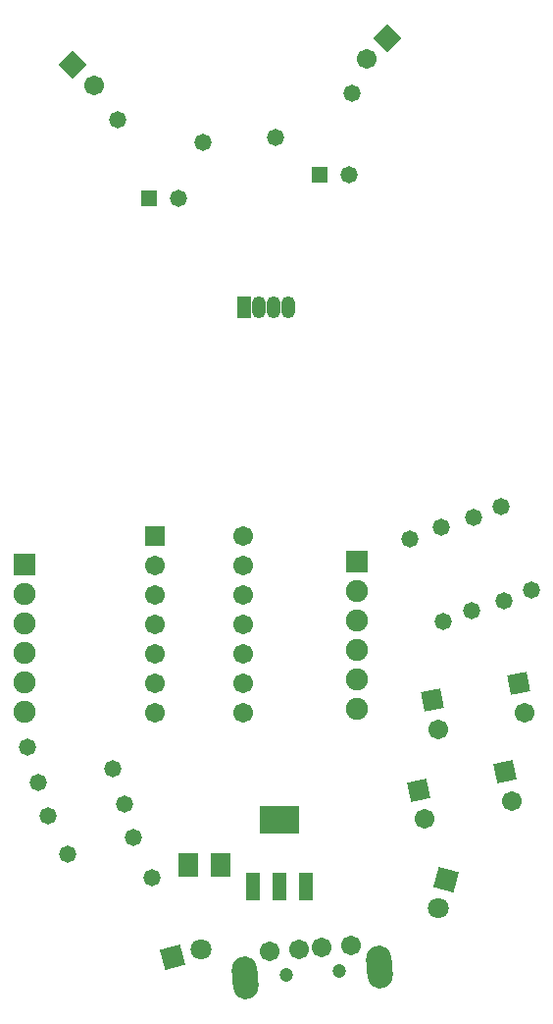
<source format=gbr>
G04 DipTrace 3.0.0.2*
G04 BottomMask.gbr*
%MOMM*%
G04 #@! TF.FileFunction,Soldermask,Bot*
G04 #@! TF.Part,Single*
%AMOUTLINE1*5,1,4,0,0,2.55011,30.0*%
%AMOUTLINE4*5,1,4,0,0,2.55011,-30.0*%
%AMOUTLINE7*5,1,4,0,0,2.40869,-90.0*%
%AMOUTLINE10*5,1,4,0,0,2.40869,-180.0*%
%AMOUTLINE13*5,1,4,0,0,2.40869,-124.1361*%
%AMOUTLINE16*5,1,4,0,0,2.40869,-123.0183*%
%AMOUTLINE19*
4,1,16,
-1.03521,-0.84951,
-0.89035,-1.3068,
-0.55337,-1.66449,
-0.09458,-1.84055,
0.39518,-1.80011,
0.81889,-1.55118,
1.09263,-1.14307,
1.16052,-0.66822,
1.03521,0.84951,
0.89035,1.3068,
0.55337,1.66449,
0.09458,1.84055,
-0.39518,1.80011,
-0.81889,1.55118,
-1.09263,1.14307,
-1.16052,0.66822,
-1.03521,-0.84951,
0*%
%ADD31C,1.2*%
%ADD42R,1.7032X1.7032*%
%ADD44C,1.7032*%
%ADD46R,1.8032X2.0032*%
%ADD48C,1.4732*%
%ADD50R,3.4532X2.3532*%
%ADD52R,1.1532X2.3532*%
%ADD54C,1.9032*%
%ADD56R,1.9032X1.9032*%
%ADD58C,1.7032*%
%ADD60R,1.2532X1.9032*%
%ADD62O,1.2532X1.9032*%
%ADD64R,1.4732X1.4732*%
%ADD66C,1.4732*%
%ADD68C,1.8032*%
%ADD78OUTLINE1*%
%ADD81OUTLINE4*%
%ADD84OUTLINE7*%
%ADD87OUTLINE10*%
%ADD90OUTLINE13*%
%ADD93OUTLINE16*%
%ADD96OUTLINE19*%
%FSLAX35Y35*%
G04*
G71*
G90*
G75*
G01*
G04 BotMask*
%LPD*%
D68*
X4908883Y1914167D3*
D78*
X4974623Y2159513D3*
D68*
X2863469Y1556327D3*
D81*
X2618124Y1490587D3*
D66*
X2665323Y8031483D3*
D64*
X2411323D3*
D66*
X4139237Y8235800D3*
D64*
X3885237D3*
D62*
X3609400Y7090623D3*
X3355400D3*
D60*
X3228400D3*
D62*
X3482400D3*
D84*
X1753827Y9183069D3*
D58*
X1933433Y9003464D3*
D87*
X4471873Y9412099D3*
D58*
X4292267Y9232494D3*
D56*
X4208653Y4898273D3*
D54*
Y4644273D3*
Y4390273D3*
Y4136273D3*
Y3882273D3*
Y3628273D3*
D56*
X1332883Y4873297D3*
D54*
Y4619297D3*
Y4365297D3*
Y4111297D3*
Y3857297D3*
Y3603297D3*
D52*
X3768250Y2096020D3*
X3538250D3*
X3308250D3*
D50*
X3538250Y2676020D3*
D66*
X2879718Y8515007D3*
D48*
X2143682Y8712227D3*
D66*
X3502744Y8557823D3*
D48*
X4162656Y8938823D3*
D66*
X2196790Y2810321D3*
D48*
X1456957Y2992779D3*
D66*
X4661854Y5093642D3*
D48*
X4947413Y4387172D3*
D66*
X1704717Y2381739D3*
D48*
X2438730Y2177121D3*
D66*
X2276158Y2524599D3*
D48*
X1535522Y2703768D3*
D66*
X2101550Y3111912D3*
D48*
X1362317Y3296788D3*
D46*
X2752357Y2286500D3*
X3032357D3*
D90*
X4857513Y3704774D3*
D44*
X4905386Y3455327D3*
X5653729Y3598946D3*
D90*
X5605856Y3848393D3*
D93*
X4741309Y2929205D3*
D44*
X4794039Y2680738D3*
X5539438Y2838929D3*
D93*
X5486708Y3087395D3*
D42*
X2463560Y5122747D3*
D58*
Y4868747D3*
Y4614747D3*
Y4360747D3*
Y4106747D3*
Y3852747D3*
Y3598747D3*
X3225560D3*
Y3852747D3*
Y4106747D3*
Y4360747D3*
Y4614747D3*
Y4868747D3*
Y5122747D3*
D66*
X5452444Y5374736D3*
D48*
X5713063Y4658690D3*
D66*
X5211170Y5279183D3*
D48*
X5471790Y4563137D3*
D66*
X4933757Y5193686D3*
D48*
X5194376Y4477640D3*
D58*
X3704758Y1556330D3*
X3904080Y1572787D3*
X4153232Y1593359D3*
X3455606Y1535758D3*
D96*
X3238684Y1307132D3*
X4404716Y1403409D3*
D31*
X4050920Y1374197D3*
X3592480Y1336344D3*
M02*

</source>
